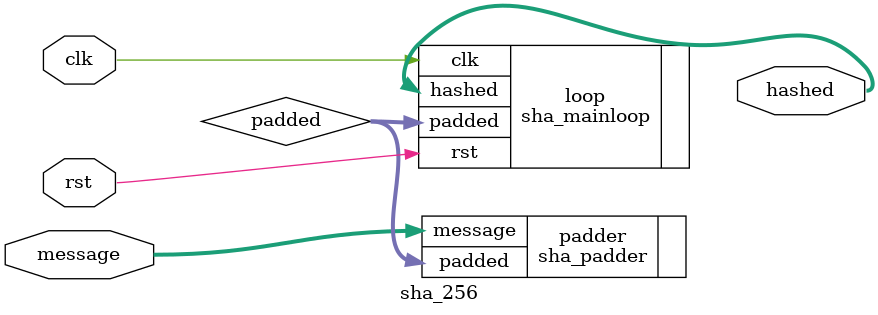
<source format=sv>
`default_nettype none
`timescale 1 ns / 10 ps

module sha_256	#(parameter MSG_SIZE = 24,
				parameter PADDED_SIZE = 512)
				(input logic [MSG_SIZE-1:0] message,
				input logic clk, rst,
				output logic [255:0] hashed);

	logic[PADDED_SIZE-1:0] padded;

	sha_padder #(.MSG_SIZE(MSG_SIZE), .PADDED_SIZE(PADDED_SIZE)) padder (.message(message), .padded(padded));
	sha_mainloop #(.PADDED_SIZE(PADDED_SIZE)) loop (.padded(padded), .hashed(hashed), .clk(clk), .rst(rst));
endmodule // sha_256
</source>
